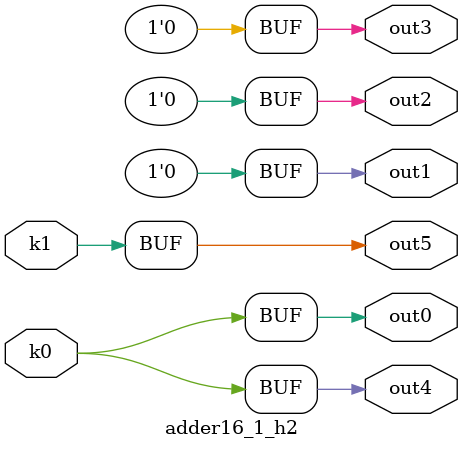
<source format=v>
module adder16_1(pi00, pi01, pi02, pi03, pi04, pi05, pi06, pi07, pi08, pi09, pi10, po0, po1, po2, po3, po4, po5);
input pi00, pi01, pi02, pi03, pi04, pi05, pi06, pi07, pi08, pi09, pi10;
output po0, po1, po2, po3, po4, po5;
wire k0, k1;
adder16_1_w2 DUT1 (pi00, pi01, pi02, pi03, pi04, pi05, pi06, pi07, pi08, pi09, pi10, k0, k1);
adder16_1_h2 DUT2 (k0, k1, po0, po1, po2, po3, po4, po5);
endmodule

module adder16_1_w2(in10, in9, in8, in7, in6, in5, in4, in3, in2, in1, in0, k1, k0);
input in10, in9, in8, in7, in6, in5, in4, in3, in2, in1, in0;
output k1, k0;
assign k0 =   ((~in9 ^ in4) & ((in10 & (in5 | ~in0)) | (in5 & ~in0))) | (((~in5 & in0) | (~in10 & (~in5 | in0))) & (in9 ^ in4));
assign k1 =   in10 ? (~in5 ^ in0) : (in5 ^ in0);
endmodule

module adder16_1_h2(k1, k0, out5, out4, out3, out2, out1, out0);
input k1, k0;
output out5, out4, out3, out2, out1, out0;
assign out0 = k0;
assign out1 = 0;
assign out2 = 0;
assign out3 = 0;
assign out4 = k0;
assign out5 = k1;
endmodule

</source>
